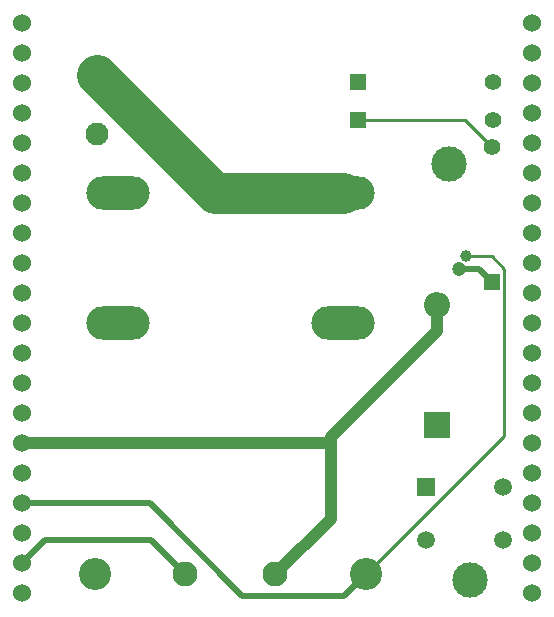
<source format=gbr>
%TF.GenerationSoftware,KiCad,Pcbnew,8.0.8*%
%TF.CreationDate,2025-03-02T20:21:30-05:00*%
%TF.ProjectId,IMD Latching Module V3.0,494d4420-4c61-4746-9368-696e67204d6f,rev?*%
%TF.SameCoordinates,Original*%
%TF.FileFunction,Copper,L2,Bot*%
%TF.FilePolarity,Positive*%
%FSLAX46Y46*%
G04 Gerber Fmt 4.6, Leading zero omitted, Abs format (unit mm)*
G04 Created by KiCad (PCBNEW 8.0.8) date 2025-03-02 20:21:30*
%MOMM*%
%LPD*%
G01*
G04 APERTURE LIST*
%TA.AperFunction,ComponentPad*%
%ADD10C,3.000000*%
%TD*%
%TA.AperFunction,ComponentPad*%
%ADD11C,1.524000*%
%TD*%
%TA.AperFunction,ComponentPad*%
%ADD12R,1.498600X1.498600*%
%TD*%
%TA.AperFunction,ComponentPad*%
%ADD13C,1.498600*%
%TD*%
%TA.AperFunction,ComponentPad*%
%ADD14O,5.350000X2.850000*%
%TD*%
%TA.AperFunction,ComponentPad*%
%ADD15C,2.717800*%
%TD*%
%TA.AperFunction,ComponentPad*%
%ADD16C,2.108200*%
%TD*%
%TA.AperFunction,ComponentPad*%
%ADD17R,1.397000X1.397000*%
%TD*%
%TA.AperFunction,ComponentPad*%
%ADD18C,1.397000*%
%TD*%
%TA.AperFunction,ComponentPad*%
%ADD19C,1.950000*%
%TD*%
%TA.AperFunction,ComponentPad*%
%ADD20R,2.200000X2.200000*%
%TD*%
%TA.AperFunction,ComponentPad*%
%ADD21O,2.200000X2.200000*%
%TD*%
%TA.AperFunction,ViaPad*%
%ADD22C,1.000000*%
%TD*%
%TA.AperFunction,ViaPad*%
%ADD23C,1.200000*%
%TD*%
%TA.AperFunction,Conductor*%
%ADD24C,1.000000*%
%TD*%
%TA.AperFunction,Conductor*%
%ADD25C,0.250000*%
%TD*%
%TA.AperFunction,Conductor*%
%ADD26C,0.500000*%
%TD*%
%TA.AperFunction,Conductor*%
%ADD27C,3.500000*%
%TD*%
G04 APERTURE END LIST*
D10*
%TO.P,TP2,1,1*%
%TO.N,Net-(J3-Pad7)*%
X86900000Y-62700000D03*
%TD*%
D11*
%TO.P,J3,1,1*%
%TO.N,Net-(J3-Pad1)*%
X50800000Y-99060000D03*
%TO.P,J3,2,2*%
%TO.N,Net-(D1-K)*%
X50800000Y-96520000D03*
%TO.P,J3,3,3*%
%TO.N,/Vs*%
X50800000Y-93980000D03*
%TO.P,J3,4,4*%
%TO.N,Net-(D4-A)*%
X50800000Y-91440000D03*
%TO.P,J3,5,5*%
%TO.N,Net-(J3-Pad1)*%
X50800000Y-88900000D03*
%TO.P,J3,6,6*%
%TO.N,/GND*%
X50800000Y-86360000D03*
%TO.P,J3,7,7*%
%TO.N,Net-(J3-Pad7)*%
X50800000Y-83820000D03*
%TO.P,J3,8,8*%
%TO.N,unconnected-(J3-Pad8)*%
X50800000Y-81280000D03*
%TO.P,J3,9,9*%
%TO.N,unconnected-(J3-Pad9)*%
X50800000Y-78740000D03*
%TO.P,J3,10,10*%
%TO.N,unconnected-(J3-Pad10)*%
X50800000Y-76200000D03*
%TO.P,J3,11,11*%
%TO.N,unconnected-(J3-Pad11)*%
X50800000Y-73660000D03*
%TO.P,J3,12,12*%
%TO.N,unconnected-(J3-Pad12)*%
X50800000Y-71120000D03*
%TO.P,J3,13,13*%
%TO.N,unconnected-(J3-Pad13)*%
X50800000Y-68580000D03*
%TO.P,J3,14,14*%
%TO.N,unconnected-(J3-Pad14)*%
X50800000Y-66040000D03*
%TO.P,J3,15,15*%
%TO.N,unconnected-(J3-Pad15)*%
X50800000Y-63500000D03*
%TO.P,J3,16,16*%
%TO.N,unconnected-(J3-Pad16)*%
X50800000Y-60960000D03*
%TO.P,J3,17,17*%
%TO.N,unconnected-(J3-Pad17)*%
X50800000Y-58420000D03*
%TO.P,J3,18,18*%
%TO.N,unconnected-(J3-Pad18)*%
X50800000Y-55880000D03*
%TO.P,J3,19,19*%
%TO.N,unconnected-(J3-Pad19)*%
X50800000Y-53340000D03*
%TO.P,J3,20,20*%
%TO.N,unconnected-(J3-Pad20)*%
X50800000Y-50800000D03*
%TD*%
D12*
%TO.P,SW1,1,1*%
%TO.N,Net-(D1-K)*%
X85019999Y-90070000D03*
D13*
%TO.P,SW1,2,2*%
%TO.N,Net-(J3-Pad1)*%
X91520000Y-90070000D03*
%TO.P,SW1,3*%
%TO.N,N/C*%
X85019999Y-94570001D03*
%TO.P,SW1,4*%
X91520000Y-94570001D03*
%TD*%
D14*
%TO.P,K1,1,1*%
%TO.N,Net-(J4-Pad2)*%
X58920000Y-65159999D03*
%TO.P,K1,2,2*%
%TO.N,Net-(J3-Pad1)*%
X58920000Y-76160000D03*
D15*
%TO.P,K1,3,3*%
%TO.N,/Vs*%
X56970000Y-97460000D03*
D16*
%TO.P,K1,4,4*%
%TO.N,Net-(D1-K)*%
X64620000Y-97460000D03*
%TO.P,K1,5,5*%
%TO.N,/GND*%
X72220000Y-97460000D03*
D15*
%TO.P,K1,6,6*%
%TO.N,Net-(D4-A)*%
X79870000Y-97460000D03*
D14*
%TO.P,K1,7,7*%
%TO.N,Net-(D1-K)*%
X77919998Y-76160000D03*
%TO.P,K1,8,8*%
%TO.N,Net-(J3-Pad7)*%
X77919998Y-65159999D03*
%TD*%
D17*
%TO.P,R2,1*%
%TO.N,/GND*%
X79200000Y-59000000D03*
D18*
%TO.P,R2,2*%
%TO.N,Net-(D4-K)*%
X90630000Y-59000000D03*
%TD*%
D19*
%TO.P,J4,1*%
%TO.N,Net-(J3-Pad7)*%
X57130000Y-55150000D03*
%TO.P,J4,2*%
%TO.N,Net-(J4-Pad2)*%
X57130000Y-60150000D03*
%TD*%
D10*
%TO.P,TP1,1,1*%
%TO.N,Net-(J3-Pad1)*%
X88720000Y-97970000D03*
%TD*%
D17*
%TO.P,R1,1*%
%TO.N,/GND*%
X79200000Y-55800000D03*
D18*
%TO.P,R1,2*%
%TO.N,Net-(D4-K)*%
X90630000Y-55800000D03*
%TD*%
D11*
%TO.P,J2,1,1*%
%TO.N,N/C*%
X94000000Y-99060000D03*
%TO.P,J2,2,2*%
X94000000Y-96520000D03*
%TO.P,J2,3,3*%
X94000000Y-93980000D03*
%TO.P,J2,4,4*%
X94000000Y-91440000D03*
%TO.P,J2,5,5*%
X94000000Y-88900000D03*
%TO.P,J2,6,6*%
X94000000Y-86360000D03*
%TO.P,J2,7,7*%
X94000000Y-83820000D03*
%TO.P,J2,8,8*%
X94000000Y-81280000D03*
%TO.P,J2,9,9*%
X94000000Y-78740000D03*
%TO.P,J2,10,10*%
X94000000Y-76200000D03*
%TO.P,J2,11,11*%
X94000000Y-73660000D03*
%TO.P,J2,12,12*%
X94000000Y-71120000D03*
%TO.P,J2,13,13*%
X94000000Y-68580000D03*
%TO.P,J2,14,14*%
X94000000Y-66040000D03*
%TO.P,J2,15,15*%
X94000000Y-63500000D03*
%TO.P,J2,16,16*%
X94000000Y-60960000D03*
%TO.P,J2,17,17*%
X94000000Y-58420000D03*
%TO.P,J2,18,18*%
X94000000Y-55880000D03*
%TO.P,J2,19,19*%
X94000000Y-53340000D03*
%TO.P,J2,20,20*%
X94000000Y-50800000D03*
%TD*%
D20*
%TO.P,D3,1,K*%
%TO.N,Net-(D1-K)*%
X85920000Y-84790000D03*
D21*
%TO.P,D3,2,A*%
%TO.N,/GND*%
X85920000Y-74630000D03*
%TD*%
D17*
%TO.P,R3,1*%
%TO.N,Net-(J3-Pad1)*%
X90600000Y-72730000D03*
D18*
%TO.P,R3,2*%
%TO.N,/GND*%
X90600000Y-61300000D03*
%TD*%
D22*
%TO.N,Net-(D4-A)*%
X88400000Y-70500000D03*
D23*
%TO.N,Net-(J3-Pad1)*%
X87800000Y-71600000D03*
%TD*%
D24*
%TO.N,/GND*%
X85920000Y-76870000D02*
X85920000Y-74630000D01*
D25*
X88300000Y-59000000D02*
X79200000Y-59000000D01*
D24*
X76940000Y-86360000D02*
X76940000Y-85850000D01*
D25*
X90600000Y-61300000D02*
X88300000Y-59000000D01*
D24*
X76940000Y-86360000D02*
X76940000Y-92740000D01*
X76940000Y-92740000D02*
X72220000Y-97460000D01*
X76940000Y-85850000D02*
X85920000Y-76870000D01*
X76940000Y-86360000D02*
X50800000Y-86360000D01*
D26*
%TO.N,Net-(D1-K)*%
X61730000Y-94570000D02*
X52750000Y-94570000D01*
X64620000Y-97460000D02*
X61730000Y-94570000D01*
X52750000Y-94570000D02*
X50800000Y-96520000D01*
D25*
%TO.N,Net-(D4-A)*%
X91620000Y-85710000D02*
X79870000Y-97460000D01*
X90550000Y-70500000D02*
X88400000Y-70500000D01*
X79870000Y-97460000D02*
X79870000Y-96440000D01*
X91620000Y-71570000D02*
X91620000Y-85710000D01*
D26*
X50800000Y-91440000D02*
X61590000Y-91440000D01*
D25*
X91620000Y-71570000D02*
X90550000Y-70500000D01*
D26*
X78060000Y-99270000D02*
X79870000Y-97460000D01*
X61590000Y-91440000D02*
X69420000Y-99270000D01*
X69420000Y-99270000D02*
X78060000Y-99270000D01*
%TO.N,Net-(J3-Pad1)*%
X89470000Y-71600000D02*
X90600000Y-72730000D01*
X87800000Y-71600000D02*
X89470000Y-71600000D01*
D27*
%TO.N,Net-(J3-Pad7)*%
X67139999Y-65159999D02*
X57130000Y-55150000D01*
X77919998Y-65159999D02*
X67139999Y-65159999D01*
%TD*%
M02*

</source>
